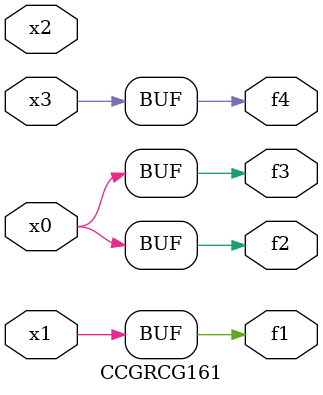
<source format=v>
module CCGRCG161(
	input x0, x1, x2, x3,
	output f1, f2, f3, f4
);
	assign f1 = x1;
	assign f2 = x0;
	assign f3 = x0;
	assign f4 = x3;
endmodule

</source>
